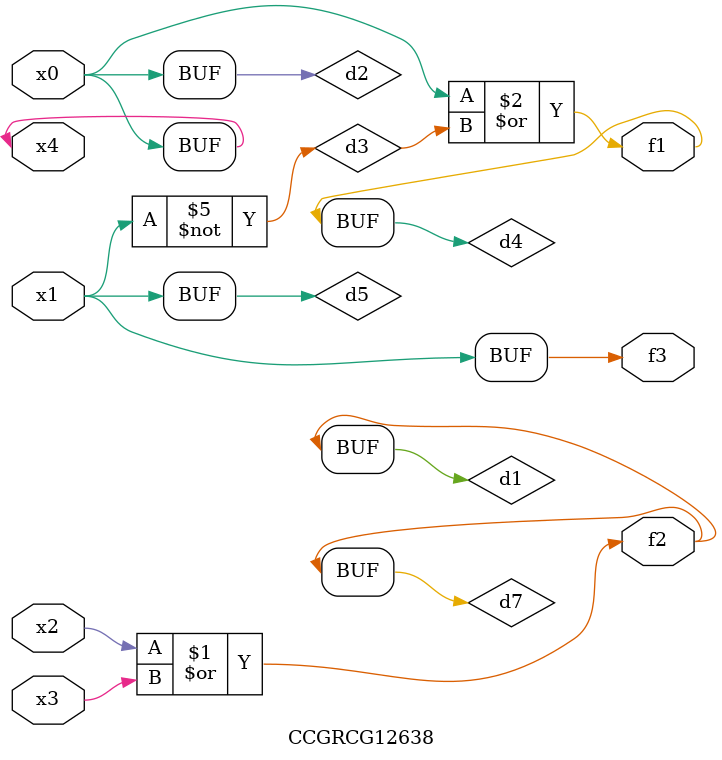
<source format=v>
module CCGRCG12638(
	input x0, x1, x2, x3, x4,
	output f1, f2, f3
);

	wire d1, d2, d3, d4, d5, d6, d7;

	or (d1, x2, x3);
	buf (d2, x0, x4);
	not (d3, x1);
	or (d4, d2, d3);
	not (d5, d3);
	nand (d6, d1, d3);
	or (d7, d1);
	assign f1 = d4;
	assign f2 = d7;
	assign f3 = d5;
endmodule

</source>
